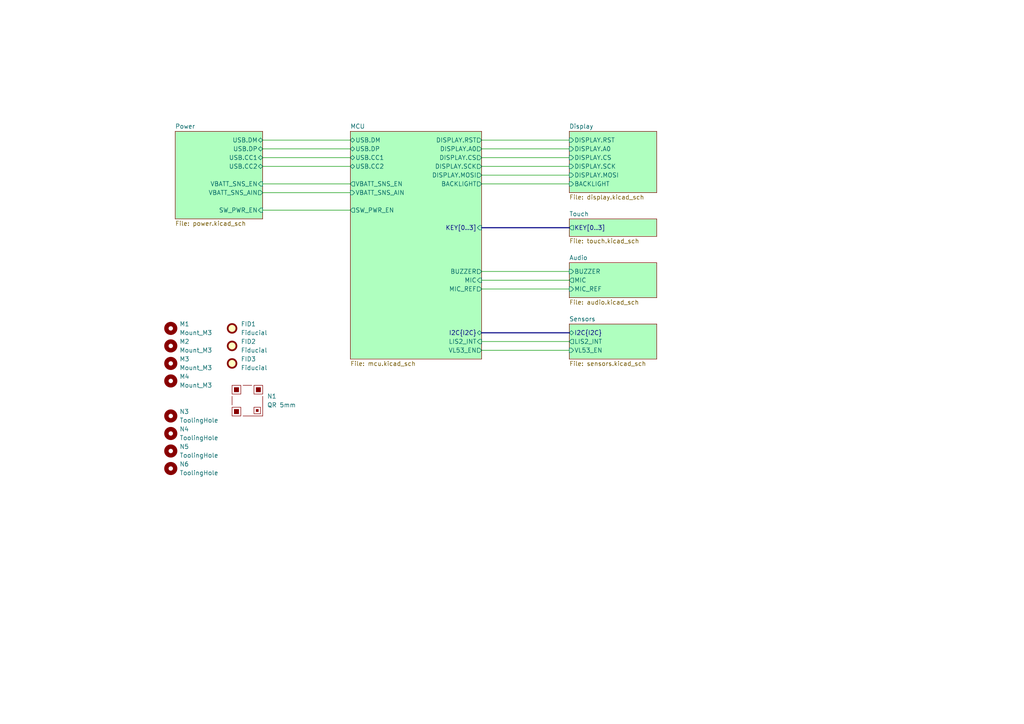
<source format=kicad_sch>
(kicad_sch (version 20250114) (generator "eeschema") (generator_version "9.0")
  (paper "A4")
  (title_block (title "Puzzlebox") (date "2025-12-27") (rev "v1.0") (company "TL Embedded Ltd"))
  (lib_symbols
    (symbol "M_Mechanical:Mount_M3" (in_bom no)
      (property "Reference" "M" (at -1.27 3.81 0))
      (property "Value" "Mount_M3" (at 0 -3.81 0))
      (symbol "Mount_M3_0_1"
        (circle (center 0 0) (radius 1.27) (stroke (width 1.27)))
      )
    )
    (symbol "N_NonPart:Fiducial" (pin_numbers (hide yes)) (pin_names (offset 0) (hide yes)) (in_bom no)
      (property "Reference" "FID" (at 0 2.54 0))
      (property "Value" "Fiducial" (at 0 -2.54 0))
      (symbol "Fiducial_0_1"
        (circle (center 0 0) (radius 1.27) (stroke (width 0.508)) (fill (type background)))
      )
    )
    (symbol "N_NonPart:QR_5mm_JLC" (in_bom no)
      (property "Reference" "N" (at 0.508 10.16 0))
      (property "Value" "QR 5mm" (at 4.572 -1.524 0))
      (symbol "QR_5mm_JLC_0_1"
        (rectangle (start 0 8.89) (end 2.54 6.35))
        (rectangle (start 0 2.54) (end 2.54 0))
        (rectangle (start 6.35 8.89) (end 8.89 6.35))
        (rectangle (start 6.35 2.54) (end 8.255 0.635))
      )
      (symbol "QR_5mm_JLC_1_1"
        (polyline (pts (xy 0 5.715) (xy 0 3.175)))
        (rectangle (start 0.635 8.255) (end 1.905 6.985) (fill (type outline)))
        (rectangle (start 0.635 1.905) (end 1.905 0.635) (fill (type outline)))
        (polyline (pts (xy 3.175 8.89) (xy 5.715 8.89)))
        (rectangle (start 6.985 8.255) (end 8.255 6.985) (fill (type outline)))
        (rectangle (start 6.985 1.905) (end 7.62 1.27) (fill (type outline)))
        (polyline (pts (xy 8.89 5.715) (xy 8.89 0)))
        (polyline (pts (xy 8.89 0) (xy 3.175 0)))
      )
    )
    (symbol "N_NonPart:ToolingHole_1mm" (in_bom no)
      (property "Reference" "N" (at 0 3.048 0))
      (property "Value" "ToolingHole" (at 0 -2.794 0))
      (symbol "ToolingHole_1mm_1_1"
        (circle (center 0 0) (radius 1.27) (stroke (width 1.27)))
      )
    )
  )
  (bus_alias "I2C" (members "SCL" "SDA"))
  (wire (pts (xy 139.7 101.6) (xy 165.1 101.6)))
  (wire (pts (xy 76.2 60.96) (xy 101.6 60.96)))
  (wire (pts (xy 139.7 99.06) (xy 165.1 99.06)))
  (wire (pts (xy 139.7 48.26) (xy 165.1 48.26)))
  (wire (pts (xy 76.2 55.88) (xy 101.6 55.88)))
  (wire (pts (xy 139.7 45.72) (xy 165.1 45.72)))
  (wire (pts (xy 139.7 40.64) (xy 165.1 40.64)))
  (wire (pts (xy 139.7 53.34) (xy 165.1 53.34)))
  (wire (pts (xy 139.7 83.82) (xy 165.1 83.82)))
  (wire (pts (xy 76.2 48.26) (xy 101.6 48.26)))
  (bus (pts (xy 139.7 96.52) (xy 165.1 96.52)))
  (wire (pts (xy 76.2 43.18) (xy 101.6 43.18)))
  (wire (pts (xy 139.7 50.8) (xy 165.1 50.8)))
  (wire (pts (xy 139.7 81.28) (xy 165.1 81.28)))
  (wire (pts (xy 76.2 40.64) (xy 101.6 40.64)))
  (wire (pts (xy 139.7 78.74) (xy 165.1 78.74)))
  (wire (pts (xy 76.2 45.72) (xy 101.6 45.72)))
  (bus (pts (xy 139.7 66.04) (xy 165.1 66.04)))
  (wire (pts (xy 76.2 53.34) (xy 101.6 53.34)))
  (wire (pts (xy 139.7 43.18) (xy 165.1 43.18)))
  (symbol (lib_id "M_Mechanical:Mount_M3") (at 49.53 105.41 0) (unit 1) (in_bom no)
    (property "Reference" "M3" (at 52.07 104.1399 0) (effects (justify left)))
    (property "Value" "Mount_M3" (at 52.07 106.6799 0) (effects (justify left)))
    (property "Footprint" "M_Mechanical:Mount_M3" (effects (hide yes)))
  )
  (symbol (lib_id "M_Mechanical:Mount_M3") (at 49.53 100.33 0) (unit 1) (in_bom no)
    (property "Reference" "M2" (at 52.07 99.0599 0) (effects (justify left)))
    (property "Value" "Mount_M3" (at 52.07 101.5999 0) (effects (justify left)))
    (property "Footprint" "M_Mechanical:Mount_M3" (effects (hide yes)))
  )
  (symbol (lib_id "N_NonPart:ToolingHole_1mm") (at 49.53 130.81 0) (unit 1) (in_bom no)
    (property "Reference" "N5" (at 52.07 129.5399 0) (effects (justify left)))
    (property "Value" "ToolingHole" (at 52.07 132.0799 0) (effects (justify left)))
    (property "Footprint" "N_NonPart:ToolingHole_1mm" (effects (hide yes)))
    (property "Description" "TOOLING HOLE 1MM" (effects (hide yes)))
  )
  (symbol (lib_id "M_Mechanical:Mount_M3") (at 49.53 95.25 0) (unit 1) (in_bom no)
    (property "Reference" "M1" (at 52.07 93.9799 0) (effects (justify left)))
    (property "Value" "Mount_M3" (at 52.07 96.5199 0) (effects (justify left)))
    (property "Footprint" "M_Mechanical:Mount_M3" (effects (hide yes)))
  )
  (symbol (lib_id "N_NonPart:Fiducial") (at 67.31 95.25 0) (unit 1) (in_bom no)
    (property "Reference" "FID1" (at 69.85 93.9799 0) (effects (justify left)))
    (property "Value" "Fiducial" (at 69.85 96.5199 0) (effects (justify left)))
    (property "Footprint" "N_NonPart:Fiducial_2mm" (effects (hide yes)))
  )
  (symbol (lib_id "N_NonPart:ToolingHole_1mm") (at 49.53 135.89 0) (unit 1) (in_bom no)
    (property "Reference" "N6" (at 52.07 134.6199 0) (effects (justify left)))
    (property "Value" "ToolingHole" (at 52.07 137.1599 0) (effects (justify left)))
    (property "Footprint" "N_NonPart:ToolingHole_1mm" (effects (hide yes)))
    (property "Description" "TOOLING HOLE 1MM" (effects (hide yes)))
  )
  (symbol (lib_id "N_NonPart:ToolingHole_1mm") (at 49.53 125.73 0) (unit 1) (in_bom no)
    (property "Reference" "N4" (at 52.07 124.4599 0) (effects (justify left)))
    (property "Value" "ToolingHole" (at 52.07 126.9999 0) (effects (justify left)))
    (property "Footprint" "N_NonPart:ToolingHole_1mm" (effects (hide yes)))
    (property "Description" "TOOLING HOLE 1MM" (effects (hide yes)))
  )
  (symbol (lib_id "N_NonPart:Fiducial") (at 67.31 105.41 0) (unit 1) (in_bom no)
    (property "Reference" "FID3" (at 69.85 104.1399 0) (effects (justify left)))
    (property "Value" "Fiducial" (at 69.85 106.6799 0) (effects (justify left)))
    (property "Footprint" "N_NonPart:Fiducial_2mm" (effects (hide yes)))
  )
  (symbol (lib_id "M_Mechanical:Mount_M3") (at 49.53 110.49 0) (unit 1) (in_bom no)
    (property "Reference" "M4" (at 52.07 109.2199 0) (effects (justify left)))
    (property "Value" "Mount_M3" (at 52.07 111.7599 0) (effects (justify left)))
    (property "Footprint" "M_Mechanical:Mount_M3" (effects (hide yes)))
  )
  (symbol (lib_id "N_NonPart:Fiducial") (at 67.31 100.33 0) (unit 1) (in_bom no)
    (property "Reference" "FID2" (at 69.85 99.0599 0) (effects (justify left)))
    (property "Value" "Fiducial" (at 69.85 101.5999 0) (effects (justify left)))
    (property "Footprint" "N_NonPart:Fiducial_2mm" (effects (hide yes)))
  )
  (symbol (lib_id "N_NonPart:ToolingHole_1mm") (at 49.53 120.65 0) (unit 1) (in_bom no)
    (property "Reference" "N3" (at 52.07 119.3799 0) (effects (justify left)))
    (property "Value" "ToolingHole" (at 52.07 121.9199 0) (effects (justify left)))
    (property "Footprint" "N_NonPart:ToolingHole_1mm" (effects (hide yes)))
    (property "Description" "TOOLING HOLE 1MM" (effects (hide yes)))
  )
  (symbol (lib_id "N_NonPart:QR_5mm_JLC") (at 67.31 120.65 0) (unit 1) (in_bom no)
    (property "Reference" "N1" (at 77.47 114.9349 0) (effects (justify left)))
    (property "Value" "QR 5mm" (at 77.47 117.4749 0) (effects (justify left)))
    (property "Footprint" "N_NonPart:QR_5mm_JLC" (effects (hide yes)))
    (property "Description" "QR 8mm JLCPCB" (effects (hide yes)))
  )
  (sheet (at 165.1 63.5) (size 25.4 5.08) (stroke (width 0.1524)) (fill (color 175 255 191 1.0000))
    (property "Sheetname" "Touch" (at 165.1 62.7884 0) (effects (justify left bottom)))
    (property "Sheetfile" "touch.kicad_sch" (at 165.1 69.1646 0) (effects (justify left top)))
    (pin "KEY[0..3]" output (at 165.1 66.04 180))
  )
  (sheet (at 165.1 93.98) (size 25.4 10.16) (stroke (width 0.1524)) (fill (color 175 255 191 1.0000))
    (property "Sheetname" "Sensors" (at 165.1 93.2684 0) (effects (justify left bottom)))
    (property "Sheetfile" "sensors.kicad_sch" (at 165.1 104.7246 0) (effects (justify left top)))
    (pin "I2C{I2C}" bidirectional (at 165.1 96.52 180))
    (pin "LIS2_INT" output (at 165.1 99.06 180))
    (pin "VL53_EN" input (at 165.1 101.6 180))
  )
  (sheet (at 165.1 38.1) (size 25.4 17.78) (stroke (width 0.1524)) (fill (color 175 255 191 1.0000))
    (property "Sheetname" "Display" (at 165.1 37.3884 0) (effects (justify left bottom)))
    (property "Sheetfile" "display.kicad_sch" (at 165.1 56.4646 0) (effects (justify left top)))
    (pin "DISPLAY.A0" input (at 165.1 43.18 180))
    (pin "BACKLIGHT" input (at 165.1 53.34 180))
    (pin "DISPLAY.CS" input (at 165.1 45.72 180))
    (pin "DISPLAY.MOSI" input (at 165.1 50.8 180))
    (pin "DISPLAY.RST" input (at 165.1 40.64 180))
    (pin "DISPLAY.SCK" input (at 165.1 48.26 180))
  )
  (sheet (at 165.1 76.2) (size 25.4 10.16) (stroke (width 0.1524)) (fill (color 175 255 191 1.0000))
    (property "Sheetname" "Audio" (at 165.1 75.4884 0) (effects (justify left bottom)))
    (property "Sheetfile" "audio.kicad_sch" (at 165.1 86.9446 0) (effects (justify left top)))
    (pin "BUZZER" input (at 165.1 78.74 180))
    (pin "MIC" output (at 165.1 81.28 180))
    (pin "MIC_REF" input (at 165.1 83.82 180))
  )
  (sheet (at 101.6 38.1) (size 38.1 66.04) (stroke (width 0.1524)) (fill (color 175 255 191 1.0000))
    (property "Sheetname" "MCU" (at 101.6 37.3884 0) (effects (justify left bottom)))
    (property "Sheetfile" "mcu.kicad_sch" (at 101.6 104.7246 0) (effects (justify left top)))
    (pin "BUZZER" output (at 139.7 78.74 0))
    (pin "DISPLAY.A0" output (at 139.7 43.18 0))
    (pin "BACKLIGHT" output (at 139.7 53.34 0))
    (pin "DISPLAY.CS" output (at 139.7 45.72 0))
    (pin "DISPLAY.MOSI" output (at 139.7 50.8 0))
    (pin "DISPLAY.RST" output (at 139.7 40.64 0))
    (pin "DISPLAY.SCK" output (at 139.7 48.26 0))
    (pin "I2C{I2C}" bidirectional (at 139.7 96.52 0))
    (pin "KEY[0..3]" input (at 139.7 66.04 0))
    (pin "LIS2_INT" input (at 139.7 99.06 0))
    (pin "MIC" input (at 139.7 81.28 0))
    (pin "MIC_REF" output (at 139.7 83.82 0))
    (pin "SW_PWR_EN" output (at 101.6 60.96 180))
    (pin "USB.CC1" bidirectional (at 101.6 45.72 180))
    (pin "USB.CC2" bidirectional (at 101.6 48.26 180))
    (pin "USB.DM" bidirectional (at 101.6 40.64 180))
    (pin "USB.DP" bidirectional (at 101.6 43.18 180))
    (pin "VBATT_SNS_AIN" input (at 101.6 55.88 180))
    (pin "VBATT_SNS_EN" output (at 101.6 53.34 180))
    (pin "VL53_EN" output (at 139.7 101.6 0))
  )
  (sheet (at 50.8 38.1) (size 25.4 25.4) (stroke (width 0.1524)) (fill (color 175 255 191 1.0000))
    (property "Sheetname" "Power" (at 50.8 37.3884 0) (effects (justify left bottom)))
    (property "Sheetfile" "power.kicad_sch" (at 50.8 64.0846 0) (effects (justify left top)))
    (pin "USB.CC1" bidirectional (at 76.2 45.72 0))
    (pin "USB.CC2" bidirectional (at 76.2 48.26 0))
    (pin "USB.DM" bidirectional (at 76.2 40.64 0))
    (pin "USB.DP" bidirectional (at 76.2 43.18 0))
    (pin "VBATT_SNS_AIN" output (at 76.2 55.88 0))
    (pin "VBATT_SNS_EN" input (at 76.2 53.34 0))
    (pin "SW_PWR_EN" input (at 76.2 60.96 0))
  )
)
</source>
